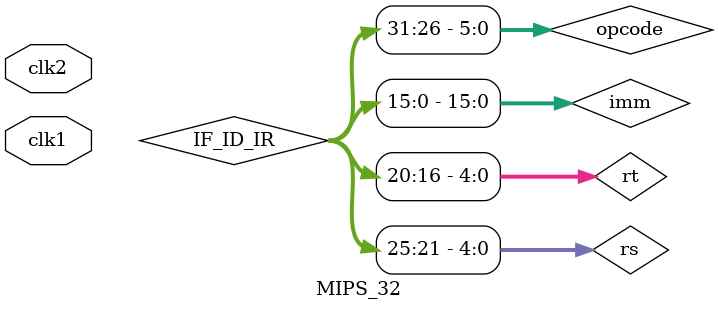
<source format=v>

module MIPS_32(clk1, clk2);

input clk1, clk2; // Two-phase clock signals

// Pipeline registers
reg [31:0] PC;
reg [31:0] IF_ID_IR, IF_ID_NPC;
reg [31:0] ID_EX_IR, ID_EX_NPC, ID_EX_A, ID_EX_B, ID_EX_Imm;
reg [31:0] EX_MEM_IR, EX_MEM_ALUout, EX_MEM_B, EX_MEM_cond;
reg [31:0] MEM_WB_IR, MEM_WB_ALUout, MEM_WB_LMD;

// Instruction types
reg [2:0] ID_EX_type, EX_MEM_type, MEM_WB_type;

// Register file and memory
reg [31:0] RegFile [0:31];
reg [31:0] Memory [0:1023];

// Opcode parameters
parameter ADD=6'b000000, SUB=6'b000001, AND=6'b000010, OR=6'b000011, SLT=6'b000100, MUL=6'b000101,
          HLT=6'b111111, LW=6'b001000, SW=6'b001001,
          ADDI=6'b001010, SUBI=6'b001011, SLTI=6'b001100,
          BNEQZ=6'b001101, BEQZ=6'b001110;

parameter RR_ALU=3'b000, RM_ALU=3'b001, LOAD=3'b010,
          STORE=3'b011, BRANCH=3'b100, HALT=3'b101;

// Control flags
reg HALTED;
reg TAKEN_BRANCH;

// Instruction field decoding wires
wire [5:0] opcode = IF_ID_IR[31:26];
wire [4:0] rs = IF_ID_IR[25:21];
wire [4:0] rt = IF_ID_IR[20:16];
wire [15:0] imm = IF_ID_IR[15:0];

// ------------------------ IF STAGE ------------------------
always @(posedge clk1) begin
    if (!HALTED) begin
        if ((EX_MEM_IR[31:26] == BEQZ && EX_MEM_cond) ||
            (EX_MEM_IR[31:26] == BNEQZ && !EX_MEM_cond)) begin
            IF_ID_IR <= #2 Memory[EX_MEM_ALUout];
            IF_ID_NPC <= #2 EX_MEM_ALUout;
            PC <= #2 EX_MEM_ALUout;
            TAKEN_BRANCH <= #2 1;
        end else begin
            IF_ID_IR <= #2 Memory[PC];
            IF_ID_NPC <= #2 PC + 1;
            PC <= #2 PC + 1;
        end
    end
end

// ------------------------ ID STAGE ------------------------
always @(posedge clk2) begin
    if (!HALTED) begin
        case (opcode)
            ADD, SUB, MUL, AND, OR, SLT: ID_EX_type <= #2 RR_ALU;
            ADDI, SUBI, SLTI: ID_EX_type <= #2 RM_ALU;
            LW: ID_EX_type <= #2 LOAD;
            SW: ID_EX_type <= #2 STORE;
            BNEQZ, BEQZ: ID_EX_type <= #2 BRANCH;
            HLT: ID_EX_type <= #2 HALT;
            default: ID_EX_type <= #2 HALT;
        endcase

        ID_EX_A <= #2 (rs == 0) ? 0 : RegFile[rs];
        ID_EX_B <= #2 (rt == 0) ? 0 : RegFile[rt];
        ID_EX_Imm <= #2 {{16{imm[15]}}, imm};
        ID_EX_IR <= #2 IF_ID_IR;
        ID_EX_NPC <= #2 IF_ID_NPC;
    end
end

// ------------------------ EX STAGE ------------------------
always @(posedge clk1) begin
    if (!HALTED) begin
        EX_MEM_IR <= #2 ID_EX_IR;
        EX_MEM_type <= #2 ID_EX_type;
        TAKEN_BRANCH <= #2 0;

        case (ID_EX_type)
            RR_ALU: begin
                case (ID_EX_IR[31:26])
                    ADD: EX_MEM_ALUout <= #2 ID_EX_A + ID_EX_B;
                    SUB: EX_MEM_ALUout <= #2 ID_EX_A - ID_EX_B;
                    MUL: EX_MEM_ALUout <= #2 ID_EX_A * ID_EX_B;
                    AND: EX_MEM_ALUout <= #2 ID_EX_A & ID_EX_B;
                    OR:  EX_MEM_ALUout <= #2 ID_EX_A | ID_EX_B;
                    SLT: EX_MEM_ALUout <= #2 (ID_EX_A < ID_EX_B);
                    default: EX_MEM_ALUout <= #2 32'hXXXXXXXX;
                endcase
            end

            RM_ALU: begin
                case (ID_EX_IR[31:26])
                    ADDI: EX_MEM_ALUout <= #2 ID_EX_A + ID_EX_Imm;
                    SUBI: EX_MEM_ALUout <= #2 ID_EX_A - ID_EX_Imm;
                    SLTI: EX_MEM_ALUout <= #2 (ID_EX_A < ID_EX_Imm);
                    default: EX_MEM_ALUout <= #2 32'hXXXXXXXX;
                endcase
            end

            LOAD, STORE: begin
                EX_MEM_ALUout <= #2 ID_EX_A + ID_EX_Imm;
                EX_MEM_B <= #2 ID_EX_B;
            end

            BRANCH: begin
                EX_MEM_ALUout <= #2 ID_EX_NPC + ID_EX_Imm;
                EX_MEM_cond <= #2 (ID_EX_A == 0);
            end
        endcase
    end
end

// ------------------------ MEM STAGE ------------------------
always @(posedge clk2) begin
    if (!HALTED) begin
        MEM_WB_IR <= #2 EX_MEM_IR;
        MEM_WB_type <= #2 EX_MEM_type;

        case (EX_MEM_type)
            RR_ALU, RM_ALU: MEM_WB_ALUout <= #2 EX_MEM_ALUout;
            LOAD: MEM_WB_LMD <= #2 Memory[EX_MEM_ALUout];
            STORE: if (!TAKEN_BRANCH) Memory[EX_MEM_ALUout] <= #2 EX_MEM_B;
        endcase
    end
end

// ------------------------ WB STAGE ------------------------
always @(posedge clk1) begin
    if (!TAKEN_BRANCH) begin
        case (MEM_WB_type)
            RR_ALU: RegFile[MEM_WB_IR[15:11]] <= #2 MEM_WB_ALUout;
            RM_ALU, LOAD: RegFile[MEM_WB_IR[20:16]] <= #2 (MEM_WB_type == LOAD) ? MEM_WB_LMD : MEM_WB_ALUout;
            HALT: HALTED <= #2 1;
        endcase
    end
end

endmodule

</source>
